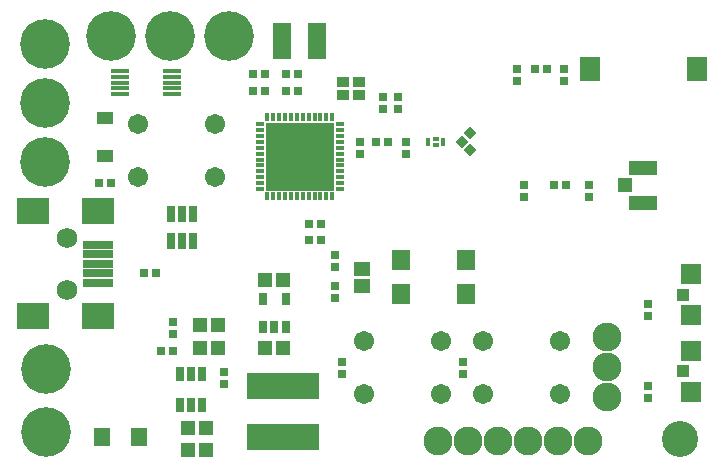
<source format=gts>
G04*
G04 #@! TF.GenerationSoftware,Altium Limited,Altium Designer,25.4.2 (15)*
G04*
G04 Layer_Color=8388736*
%FSLAX44Y44*%
%MOMM*%
G71*
G04*
G04 #@! TF.SameCoordinates,58BEE836-9102-4636-8553-DC709D7D42DE*
G04*
G04*
G04 #@! TF.FilePolarity,Negative*
G04*
G01*
G75*
%ADD45R,1.4032X1.6032*%
%ADD46R,0.7532X1.0032*%
%ADD47R,1.4232X1.1132*%
%ADD48R,1.5500X0.4000*%
%ADD49R,0.7620X0.7620*%
%ADD50R,0.7620X0.7620*%
%ADD51R,0.6700X0.4200*%
%ADD52R,0.4200X0.6700*%
%ADD53R,5.7200X5.7200*%
%ADD54R,2.6200X0.7200*%
%ADD55R,2.7032X2.2032*%
%ADD56R,0.8032X1.4032*%
%ADD57R,1.2532X1.2032*%
%ADD58R,2.4032X1.2532*%
%ADD59R,1.7032X2.0032*%
%ADD60R,1.6232X3.1132*%
%ADD61R,1.4532X1.2032*%
%ADD62R,1.5032X1.8032*%
%ADD63R,1.0532X0.9532*%
%ADD64R,6.2032X2.2032*%
%ADD65R,1.2532X1.2532*%
G04:AMPARAMS|DCode=66|XSize=0.74mm|YSize=1.24mm|CornerRadius=0.13mm|HoleSize=0mm|Usage=FLASHONLY|Rotation=0.000|XOffset=0mm|YOffset=0mm|HoleType=Round|Shape=RoundedRectangle|*
%AMROUNDEDRECTD66*
21,1,0.7400,0.9800,0,0,0.0*
21,1,0.4800,1.2400,0,0,0.0*
1,1,0.2600,0.2400,-0.4900*
1,1,0.2600,-0.2400,-0.4900*
1,1,0.2600,-0.2400,0.4900*
1,1,0.2600,0.2400,0.4900*
%
%ADD66ROUNDEDRECTD66*%
%ADD67P,1.0776X4X270.0*%
%ADD68P,1.0776X4X180.0*%
%ADD69R,0.3750X0.8000*%
%ADD70R,0.5500X0.3450*%
%ADD71C,3.0480*%
%ADD72R,1.1032X1.1032*%
%ADD73R,1.7032X1.7032*%
%ADD74C,4.2032*%
%ADD75C,2.4384*%
%ADD76C,1.7032*%
%ADD77C,1.7272*%
D45*
X111500Y28000D02*
D03*
X80500D02*
D03*
D46*
X217000Y145250D02*
D03*
X226500Y121250D02*
D03*
X236000Y145250D02*
D03*
Y121250D02*
D03*
X217000D02*
D03*
D47*
X83500Y298700D02*
D03*
Y266000D02*
D03*
D48*
X95494Y318500D02*
D03*
X139494Y323500D02*
D03*
X95494D02*
D03*
X139494Y333500D02*
D03*
X95494D02*
D03*
Y338500D02*
D03*
X139494Y318500D02*
D03*
Y328500D02*
D03*
Y338500D02*
D03*
X95494Y328500D02*
D03*
D49*
X318500Y316080D02*
D03*
Y305920D02*
D03*
X543000Y61000D02*
D03*
Y71160D02*
D03*
Y131000D02*
D03*
Y141160D02*
D03*
X493250Y231170D02*
D03*
Y241330D02*
D03*
X438250Y231170D02*
D03*
Y241330D02*
D03*
X141000Y115920D02*
D03*
Y126080D02*
D03*
X432000Y339910D02*
D03*
Y329750D02*
D03*
X472000Y339910D02*
D03*
Y329750D02*
D03*
X278000Y182080D02*
D03*
Y171920D02*
D03*
Y156080D02*
D03*
Y145920D02*
D03*
X331000Y305920D02*
D03*
Y316080D02*
D03*
X299000Y278250D02*
D03*
Y268090D02*
D03*
X338000Y278250D02*
D03*
Y268090D02*
D03*
X284000Y81920D02*
D03*
Y92080D02*
D03*
X386000Y81920D02*
D03*
Y92080D02*
D03*
X184000Y72920D02*
D03*
Y83080D02*
D03*
D50*
X473330Y241330D02*
D03*
X463170D02*
D03*
X126330Y167500D02*
D03*
X116170D02*
D03*
X78420Y243500D02*
D03*
X88580D02*
D03*
X235920Y336000D02*
D03*
X246080D02*
D03*
X235920Y321000D02*
D03*
X246080D02*
D03*
X218580Y336000D02*
D03*
X208420D02*
D03*
X218580Y321000D02*
D03*
X208420D02*
D03*
X446920Y339910D02*
D03*
X457080D02*
D03*
X255920Y208750D02*
D03*
X266080D02*
D03*
X255920Y194750D02*
D03*
X266080D02*
D03*
X130920Y101000D02*
D03*
X141080D02*
D03*
X323080Y278250D02*
D03*
X312920D02*
D03*
D51*
X214250Y238250D02*
D03*
Y243250D02*
D03*
Y248250D02*
D03*
Y253250D02*
D03*
Y258250D02*
D03*
Y263250D02*
D03*
Y268250D02*
D03*
Y273250D02*
D03*
Y278250D02*
D03*
Y283250D02*
D03*
Y288250D02*
D03*
Y293250D02*
D03*
X281750D02*
D03*
Y288250D02*
D03*
Y283250D02*
D03*
Y278250D02*
D03*
Y273250D02*
D03*
Y268250D02*
D03*
Y263250D02*
D03*
Y258250D02*
D03*
Y253250D02*
D03*
Y248250D02*
D03*
Y243250D02*
D03*
Y238250D02*
D03*
D52*
X220500Y299500D02*
D03*
X225500D02*
D03*
X230500D02*
D03*
X235500D02*
D03*
X240500D02*
D03*
X245500D02*
D03*
X250500D02*
D03*
X255500D02*
D03*
X260500D02*
D03*
X265500D02*
D03*
X270500D02*
D03*
X275500D02*
D03*
Y232000D02*
D03*
X270500D02*
D03*
X265500D02*
D03*
X260500D02*
D03*
X255500D02*
D03*
X250500D02*
D03*
X245500D02*
D03*
X240500D02*
D03*
X235500D02*
D03*
X230500D02*
D03*
X225500D02*
D03*
X220500D02*
D03*
D53*
X248000Y265750D02*
D03*
D54*
X76800Y175000D02*
D03*
Y159000D02*
D03*
Y167000D02*
D03*
Y183000D02*
D03*
Y191000D02*
D03*
D55*
Y219500D02*
D03*
X22300D02*
D03*
X76800Y130500D02*
D03*
X22300Y130500D02*
D03*
D56*
X158000Y217500D02*
D03*
X148500D02*
D03*
X139000D02*
D03*
X158000Y194500D02*
D03*
X148500D02*
D03*
X139000D02*
D03*
D57*
X523250Y241330D02*
D03*
D58*
X538500Y255930D02*
D03*
Y226730D02*
D03*
D59*
X584000Y340000D02*
D03*
X494000D02*
D03*
D60*
X262400Y364000D02*
D03*
X232600D02*
D03*
D61*
X301000Y156000D02*
D03*
Y171000D02*
D03*
D62*
X333500Y149500D02*
D03*
Y178500D02*
D03*
X388500D02*
D03*
Y149500D02*
D03*
D63*
X297750Y318250D02*
D03*
X284250D02*
D03*
Y328750D02*
D03*
X297750D02*
D03*
D64*
X234000Y28750D02*
D03*
Y71750D02*
D03*
D65*
X218500Y161000D02*
D03*
X233500D02*
D03*
X218500Y103500D02*
D03*
X233500D02*
D03*
X178500Y123500D02*
D03*
X163500D02*
D03*
X178500Y103500D02*
D03*
X163500D02*
D03*
X153600Y35750D02*
D03*
X168600D02*
D03*
X153500Y17000D02*
D03*
X168500D02*
D03*
D66*
X165500Y81500D02*
D03*
X156000D02*
D03*
X146500D02*
D03*
Y55500D02*
D03*
X156000D02*
D03*
X165500D02*
D03*
D67*
X385250Y278170D02*
D03*
X392434Y285354D02*
D03*
D68*
X385250Y278283D02*
D03*
X392434Y271099D02*
D03*
D69*
X356875Y278250D02*
D03*
X369125D02*
D03*
D70*
X363000Y275975D02*
D03*
Y280525D02*
D03*
D71*
X570000Y27000D02*
D03*
D72*
X572500Y84000D02*
D03*
Y149000D02*
D03*
D73*
X579000Y66500D02*
D03*
Y101500D02*
D03*
Y131500D02*
D03*
Y166500D02*
D03*
D74*
X88000Y368000D02*
D03*
X188000D02*
D03*
X33000Y33000D02*
D03*
X32000Y261000D02*
D03*
Y311000D02*
D03*
Y361000D02*
D03*
X138000Y368000D02*
D03*
X33000Y86000D02*
D03*
D75*
X508000Y62600D02*
D03*
Y88000D02*
D03*
Y113400D02*
D03*
X364800Y25000D02*
D03*
X390200D02*
D03*
X415600D02*
D03*
X441000D02*
D03*
X466400D02*
D03*
X491800D02*
D03*
D76*
X468500Y64500D02*
D03*
Y109500D02*
D03*
X403500Y64500D02*
D03*
Y109500D02*
D03*
X302500D02*
D03*
Y64500D02*
D03*
X367500Y109500D02*
D03*
Y64500D02*
D03*
X111000Y293500D02*
D03*
Y248500D02*
D03*
X176000Y293500D02*
D03*
Y248500D02*
D03*
D77*
X51000Y197000D02*
D03*
Y153000D02*
D03*
M02*

</source>
